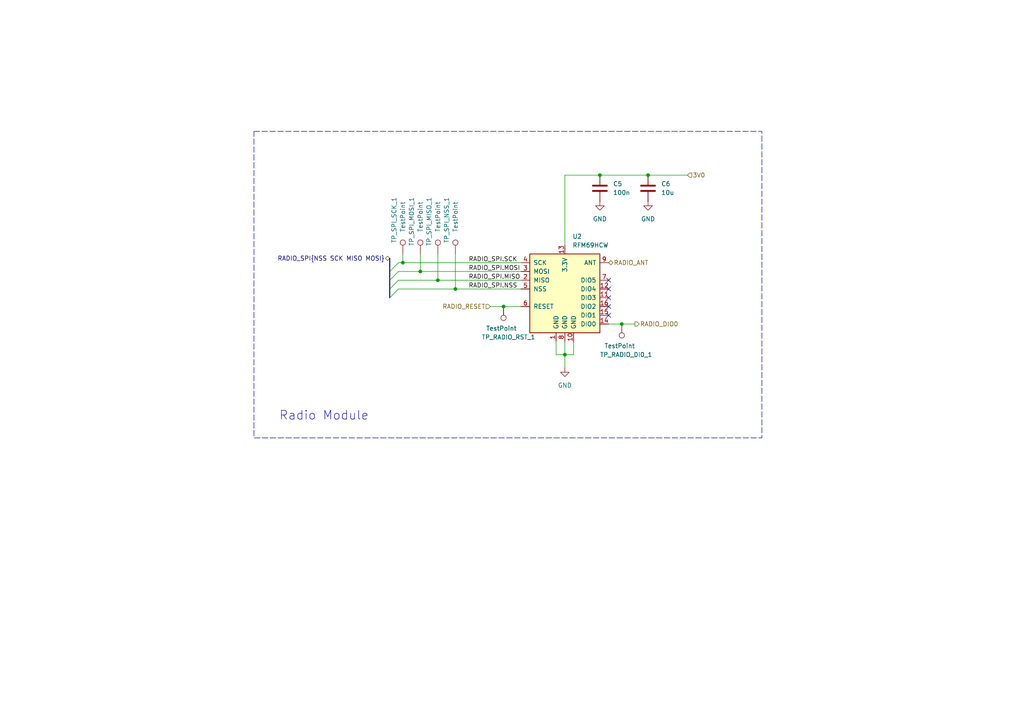
<source format=kicad_sch>
(kicad_sch (version 20231120) (generator "eeschema") (generator_version "8.0")
  (paper "A4")
  (title_block (title "Light Doorbell") (date "2024-10-21") (rev "V1.0") (company "Aalto ELEC-E8745") (comment 1 "Esteban CADIC"))
  (lib_symbols
    (symbol "PRJ_SYMBOLS:C" (pin_numbers hide) (pin_names (offset 0.254))
      (property "Reference" "C" (at 0.635 2.54 0))
      (property "Value" "C" (at 0.635 -2.54 0))
      (symbol "C_0_1"
        (polyline (pts (xy -2.032 -0.762) (xy 2.032 -0.762)) (stroke (width 0.508)))
        (polyline (pts (xy -2.032 0.762) (xy 2.032 0.762)) (stroke (width 0.508)))
      )
      (symbol "C_1_1"
        (pin passive line (at 0 3.81 270) (length 2.794) (name "~") (number "1"))
        (pin passive line (at 0 -3.81 90) (length 2.794) (name "~") (number "2"))
      )
    )
    (symbol "PRJ_SYMBOLS:GND" (power) (pin_numbers hide) (pin_names (offset 0) hide)
      (property "Value" "GND" (at 0 -3.81 0))
      (symbol "GND_0_1"
        (polyline (pts (xy 0 0) (xy 0 -1.27) (xy 1.27 -1.27) (xy 0 -2.54) (xy -1.27 -1.27) (xy 0 -1.27)))
      )
      (symbol "GND_1_1"
        (pin power_in line (at 0 0 270) (length 0) (name "~") (number "1"))
      )
    )
    (symbol "PRJ_SYMBOLS:RFM69HCW" (pin_names (offset 1.016))
      (property "Reference" "U" (at -10.414 11.684 0))
      (property "Value" "RFM69HCW" (at 1.524 11.43 0))
      (symbol "RFM69HCW_0_1"
        (rectangle (start -10.16 10.16) (end 10.16 -12.7) (stroke (width 0.254)) (fill (type background)))
      )
      (symbol "RFM69HCW_1_1"
        (pin power_in line (at -2.54 -15.24 90) (length 2.54) (name "GND") (number "1"))
        (pin power_in line (at 2.54 -15.24 90) (length 2.54) (name "GND") (number "10"))
        (pin bidirectional line (at 12.7 -2.54 180) (length 2.54) (name "DIO3") (number "11"))
        (pin bidirectional line (at 12.7 0 180) (length 2.54) (name "DIO4") (number "12"))
        (pin power_in line (at 0 12.7 270) (length 2.54) (name "3.3V") (number "13"))
        (pin bidirectional line (at 12.7 -10.16 180) (length 2.54) (name "DIO0") (number "14"))
        (pin bidirectional line (at 12.7 -7.62 180) (length 2.54) (name "DIO1") (number "15"))
        (pin bidirectional line (at 12.7 -5.08 180) (length 2.54) (name "DIO2") (number "16"))
        (pin output line (at -12.7 2.54 0) (length 2.54) (name "MISO") (number "2"))
        (pin input line (at -12.7 5.08 0) (length 2.54) (name "MOSI") (number "3"))
        (pin input line (at -12.7 7.62 0) (length 2.54) (name "SCK") (number "4"))
        (pin input line (at -12.7 0 0) (length 2.54) (name "NSS") (number "5"))
        (pin bidirectional line (at -12.7 -5.08 0) (length 2.54) (name "RESET") (number "6"))
        (pin bidirectional line (at 12.7 2.54 180) (length 2.54) (name "DIO5") (number "7"))
        (pin power_in line (at 0 -15.24 90) (length 2.54) (name "GND") (number "8"))
        (pin bidirectional line (at 12.7 7.62 180) (length 2.54) (name "ANT") (number "9"))
      )
    )
    (symbol "PRJ_SYMBOLS:TestPoint" (pin_numbers hide) (pin_names (offset 0.762) hide)
      (property "Reference" "TP" (at 0 6.858 0))
      (property "Value" "TestPoint" (at 0 5.08 0))
      (symbol "TestPoint_0_1"
        (circle (center 0 3.302) (radius 0.762))
      )
      (symbol "TestPoint_1_1"
        (pin passive line (at 0 0 90) (length 2.54) (name "1") (number "1"))
      )
    )
  )
  (junction (at 132.08 83.82))
  (junction (at 180.34 93.98))
  (junction (at 121.92 78.74))
  (junction (at 146.05 88.9))
  (junction (at 173.99 50.8))
  (junction (at 127 81.28))
  (junction (at 116.84 76.2))
  (junction (at 163.83 102.87))
  (junction (at 187.96 50.8))
  (no_connect (at 176.53 83.82))
  (no_connect (at 176.53 91.44))
  (no_connect (at 176.53 81.28))
  (no_connect (at 176.53 86.36))
  (no_connect (at 176.53 88.9))
  (bus_entry (at 113.03 86.36) (size 2.54 -2.54))
  (bus_entry (at 113.03 81.28) (size 2.54 -2.54))
  (bus_entry (at 113.03 83.82) (size 2.54 -2.54))
  (bus_entry (at 113.03 78.74) (size 2.54 -2.54))
  (bus (pts (xy 113.03 83.82) (xy 113.03 81.28)))
  (wire (pts (xy 115.57 83.82) (xy 132.08 83.82)))
  (wire (pts (xy 163.83 50.8) (xy 163.83 71.12)))
  (wire (pts (xy 121.92 78.74) (xy 151.13 78.74)))
  (wire (pts (xy 142.24 88.9) (xy 146.05 88.9)))
  (wire (pts (xy 187.96 50.8) (xy 173.99 50.8)))
  (wire (pts (xy 146.05 88.9) (xy 151.13 88.9)))
  (wire (pts (xy 187.96 50.8) (xy 199.39 50.8)))
  (bus (pts (xy 113.03 81.28) (xy 113.03 78.74)))
  (bus (pts (xy 113.03 74.93) (xy 113.03 78.74)))
  (wire (pts (xy 127 81.28) (xy 151.13 81.28)))
  (wire (pts (xy 161.29 99.06) (xy 161.29 102.87)))
  (wire (pts (xy 180.34 93.98) (xy 176.53 93.98)))
  (wire (pts (xy 132.08 73.66) (xy 132.08 83.82)))
  (wire (pts (xy 115.57 78.74) (xy 121.92 78.74)))
  (wire (pts (xy 163.83 102.87) (xy 166.37 102.87)))
  (bus (pts (xy 113.03 86.36) (xy 113.03 83.82)))
  (wire (pts (xy 132.08 83.82) (xy 151.13 83.82)))
  (wire (pts (xy 127 73.66) (xy 127 81.28)))
  (wire (pts (xy 173.99 50.8) (xy 163.83 50.8)))
  (wire (pts (xy 121.92 73.66) (xy 121.92 78.74)))
  (wire (pts (xy 163.83 99.06) (xy 163.83 102.87)))
  (wire (pts (xy 184.15 93.98) (xy 180.34 93.98)))
  (wire (pts (xy 115.57 76.2) (xy 116.84 76.2)))
  (wire (pts (xy 161.29 102.87) (xy 163.83 102.87)))
  (wire (pts (xy 116.84 76.2) (xy 151.13 76.2)))
  (wire (pts (xy 116.84 73.66) (xy 116.84 76.2)))
  (wire (pts (xy 115.57 81.28) (xy 127 81.28)))
  (wire (pts (xy 163.83 102.87) (xy 163.83 106.68)))
  (wire (pts (xy 166.37 102.87) (xy 166.37 99.06)))
  (rectangle (start 73.66 38.1) (end 220.98 127) (stroke (width 0) (type dash)))
  (text "Radio Module" (at 93.98 120.65 0) (effects (font (size 2.54 2.54))))
  (label "RADIO_SPI.MISO" (at 135.89 81.28 0))
  (label "RADIO_SPI.NSS" (at 135.89 83.82 0))
  (label "RADIO_SPI.MOSI" (at 135.89 78.74 0))
  (label "RADIO_SPI.SCK" (at 135.89 76.2 0))
  (hierarchical_label "RADIO_SPI{NSS SCK MISO MOSI}" (shape bidirectional) (at 113.03 74.93 180))
  (hierarchical_label "RADIO_ANT" (shape bidirectional) (at 176.53 76.2 0))
  (hierarchical_label "3V0" (shape input) (at 199.39 50.8 0))
  (hierarchical_label "RADIO_DIO0" (shape output) (at 184.15 93.98 0))
  (hierarchical_label "RADIO_RESET" (shape input) (at 142.24 88.9 180))
  (symbol (lib_id "PRJ_SYMBOLS:TestPoint") (at 180.34 93.98 180) (unit 1)
    (property "Reference" "TP_RADIO_DI0_1" (at 173.99 102.87 0) (effects (justify right)))
    (property "Value" "TestPoint" (at 175.26 100.33 0) (effects (justify right)))
    (property "Footprint" "PRJ_FOOTPRINTS:TestPoint_Pad_D2.0mm" (effects (hide yes)))
    (property "Description" "test point" (effects (hide yes)))
  )
  (symbol (lib_id "PRJ_SYMBOLS:GND") (at 173.99 58.42 0) (unit 1)
    (property "Reference" "#PWR015" (effects (hide yes)))
    (property "Value" "GND" (at 173.99 63.5 0))
    (property "Description" "Power symbol creates a global label with name \"GND\" , ground" (effects (hide yes)))
  )
  (symbol (lib_id "PRJ_SYMBOLS:GND") (at 187.96 58.42 0) (unit 1)
    (property "Reference" "#PWR016" (effects (hide yes)))
    (property "Value" "GND" (at 187.96 63.5 0))
    (property "Description" "Power symbol creates a global label with name \"GND\" , ground" (effects (hide yes)))
  )
  (symbol (lib_id "PRJ_SYMBOLS:GND") (at 163.83 106.68 0) (unit 1)
    (property "Reference" "#PWR017" (effects (hide yes)))
    (property "Value" "GND" (at 163.83 111.76 0))
    (property "Description" "Power symbol creates a global label with name \"GND\" , ground" (effects (hide yes)))
  )
  (symbol (lib_id "PRJ_SYMBOLS:TestPoint") (at 121.92 73.66 0) (unit 1)
    (property "Reference" "TP_SPI_MOSI_1" (at 119.38 57.15 90) (effects (justify right)))
    (property "Value" "TestPoint" (at 121.92 58.42 90) (effects (justify right)))
    (property "Footprint" "PRJ_FOOTPRINTS:TestPoint_Pad_D2.0mm" (effects (hide yes)))
    (property "Description" "test point" (effects (hide yes)))
  )
  (symbol (lib_id "PRJ_SYMBOLS:C") (at 173.99 54.61 0) (unit 1)
    (property "Reference" "C5" (at 177.8 53.3399 0) (effects (justify left)))
    (property "Value" "100n" (at 177.8 55.8799 0) (effects (justify left)))
    (property "Footprint" "PRJ_FOOTPRINTS:C_0805_2012Metric_Pad1.18x1.45mm_HandSolder" (effects (hide yes)))
    (property "Description" "Unpolarized capacitor" (effects (hide yes)))
    (property "LCSC" "C1711" (effects (hide yes)))
  )
  (symbol (lib_id "PRJ_SYMBOLS:TestPoint") (at 132.08 73.66 0) (unit 1)
    (property "Reference" "TP_SPI_NSS_1" (at 129.54 57.15 90) (effects (justify right)))
    (property "Value" "TestPoint" (at 132.08 58.42 90) (effects (justify right)))
    (property "Footprint" "PRJ_FOOTPRINTS:TestPoint_Pad_D2.0mm" (effects (hide yes)))
    (property "Description" "test point" (effects (hide yes)))
  )
  (symbol (lib_id "PRJ_SYMBOLS:C") (at 187.96 54.61 0) (unit 1)
    (property "Reference" "C6" (at 191.77 53.3399 0) (effects (justify left)))
    (property "Value" "10u" (at 191.77 55.8799 0) (effects (justify left)))
    (property "Footprint" "PRJ_FOOTPRINTS:C_0805_2012Metric_Pad1.18x1.45mm_HandSolder" (effects (hide yes)))
    (property "Description" "Unpolarized capacitor" (effects (hide yes)))
    (property "LCSC" "C17024" (effects (hide yes)))
  )
  (symbol (lib_id "PRJ_SYMBOLS:RFM69HCW") (at 163.83 83.82 0) (unit 1)
    (property "Reference" "U2" (at 166.0241 68.58 0) (effects (justify left)))
    (property "Value" "RFM69HCW" (at 166.0241 71.12 0) (effects (justify left)))
    (property "Footprint" "PRJ_FOOTPRINTS:HOPERF_RFM9CW_SMD" (effects (hide yes)))
    (property "Datasheet" "https://cdn.sparkfun.com/datasheets/Wireless/General/RFM69HCW-V1.1.pdf" (effects (hide yes)))
    (property "Description" "ISM radio transceiver, SoM" (effects (hide yes)))
  )
  (symbol (lib_id "PRJ_SYMBOLS:TestPoint") (at 146.05 88.9 180) (unit 1)
    (property "Reference" "TP_RADIO_RST_1" (at 139.7 97.79 0) (effects (justify right)))
    (property "Value" "TestPoint" (at 140.97 95.25 0) (effects (justify right)))
    (property "Footprint" "PRJ_FOOTPRINTS:TestPoint_Pad_D2.0mm" (effects (hide yes)))
    (property "Description" "test point" (effects (hide yes)))
  )
  (symbol (lib_id "PRJ_SYMBOLS:TestPoint") (at 116.84 73.66 0) (unit 1)
    (property "Reference" "TP_SPI_SCK_1" (at 114.3 57.15 90) (effects (justify right)))
    (property "Value" "TestPoint" (at 116.84 58.42 90) (effects (justify right)))
    (property "Footprint" "PRJ_FOOTPRINTS:TestPoint_Pad_D2.0mm" (effects (hide yes)))
    (property "Description" "test point" (effects (hide yes)))
  )
  (symbol (lib_id "PRJ_SYMBOLS:TestPoint") (at 127 73.66 0) (unit 1)
    (property "Reference" "TP_SPI_MISO_1" (at 124.46 57.15 90) (effects (justify right)))
    (property "Value" "TestPoint" (at 127 58.42 90) (effects (justify right)))
    (property "Footprint" "PRJ_FOOTPRINTS:TestPoint_Pad_D2.0mm" (effects (hide yes)))
    (property "Description" "test point" (effects (hide yes)))
  )
)
</source>
